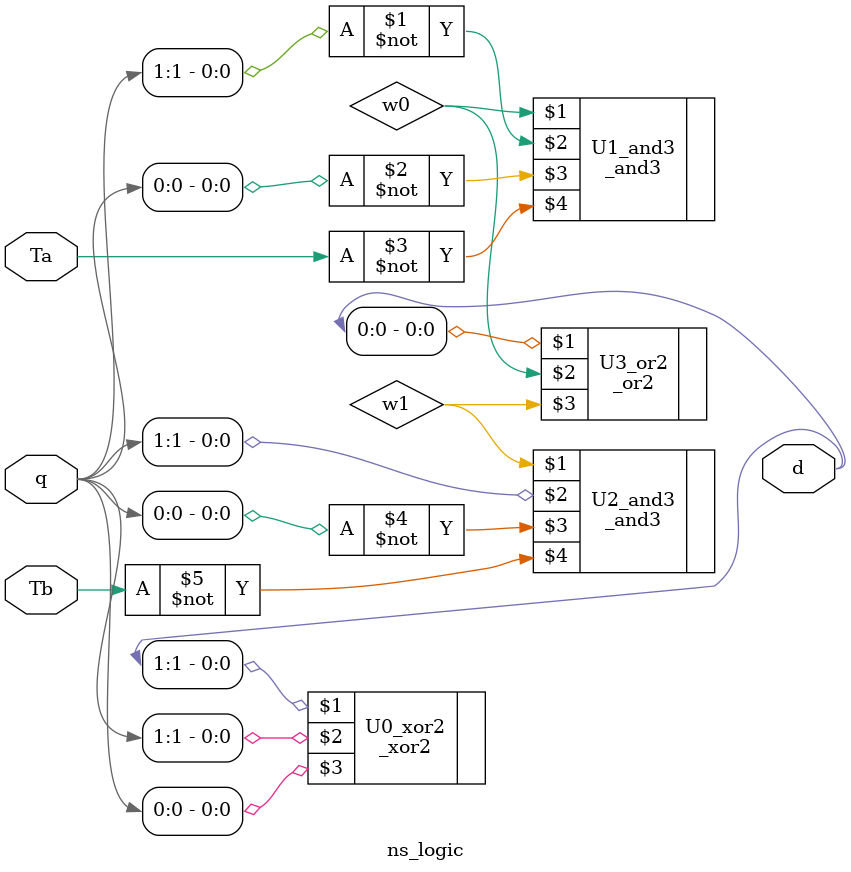
<source format=v>
module ns_logic(d, q, Ta, Tb);		//next state logic
	input[1:0] q;
	input Ta, Tb;
	output[1:0] d;
	
	_xor2 U0_xor2(d[1], q[1], q[0]);		//d[1] = q[1] ^ q[0];
	
	_and3 U1_and3(w0, ~q[1], ~q[0], ~Ta);	//d[0] = (~q[1] & ~q[0] & ~Ta) | (q[1] & ~q[0] & ~Tb);
	_and3 U2_and3(w1, q[1], ~q[0], ~Tb);	
	_or2 U3_or2(d[0], w0, w1);
	
endmodule 
</source>
